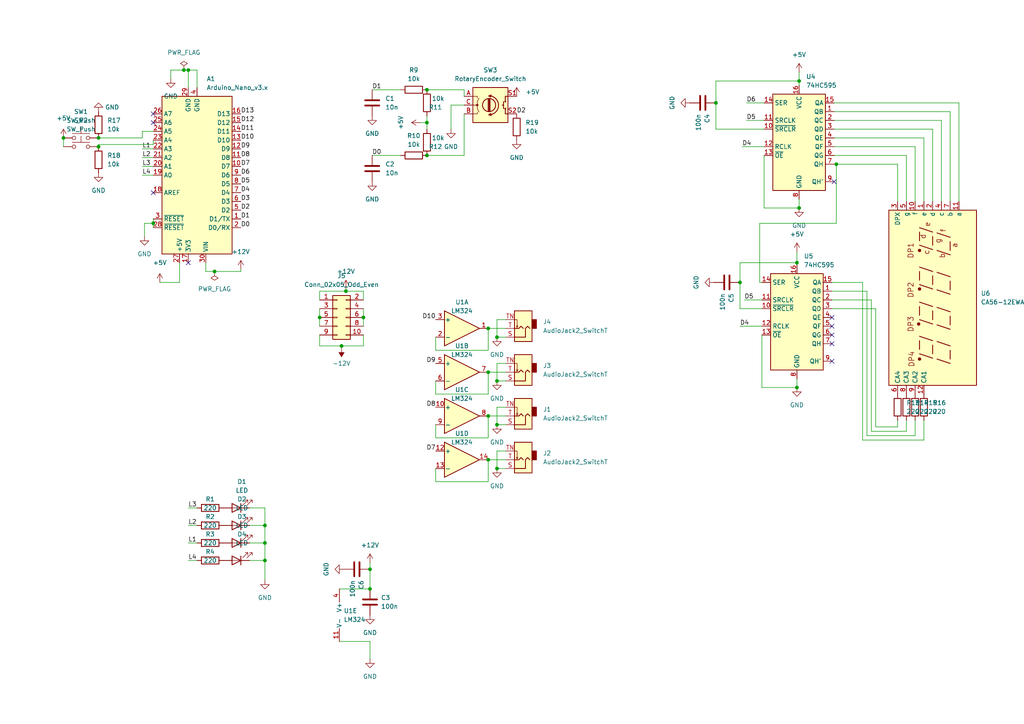
<source format=kicad_sch>
(kicad_sch (version 20211123) (generator eeschema)
  (paper "A4")
  (lib_symbols
    (symbol "74xx:74HC595"
      (property "Reference" "U" (at -7.62 13.97 0))
      (property "Value" "74HC595" (at -7.62 -16.51 0))
      (symbol "74HC595_1_0"
        (pin tri_state line (at 10.16 7.62 180) (length 2.54) (name "QB") (number "1"))
        (pin input line (at -10.16 2.54 0) (length 2.54) (name "~{SRCLR}") (number "10"))
        (pin input line (at -10.16 5.08 0) (length 2.54) (name "SRCLK") (number "11"))
        (pin input line (at -10.16 -2.54 0) (length 2.54) (name "RCLK") (number "12"))
        (pin input line (at -10.16 -5.08 0) (length 2.54) (name "~{OE}") (number "13"))
        (pin input line (at -10.16 10.16 0) (length 2.54) (name "SER") (number "14"))
        (pin tri_state line (at 10.16 10.16 180) (length 2.54) (name "QA") (number "15"))
        (pin power_in line (at 0 15.24 270) (length 2.54) (name "VCC") (number "16"))
        (pin tri_state line (at 10.16 5.08 180) (length 2.54) (name "QC") (number "2"))
        (pin tri_state line (at 10.16 2.54 180) (length 2.54) (name "QD") (number "3"))
        (pin tri_state line (at 10.16 0 180) (length 2.54) (name "QE") (number "4"))
        (pin tri_state line (at 10.16 -2.54 180) (length 2.54) (name "QF") (number "5"))
        (pin tri_state line (at 10.16 -5.08 180) (length 2.54) (name "QG") (number "6"))
        (pin tri_state line (at 10.16 -7.62 180) (length 2.54) (name "QH") (number "7"))
        (pin power_in line (at 0 -17.78 90) (length 2.54) (name "GND") (number "8"))
        (pin output line (at 10.16 -12.7 180) (length 2.54) (name "QH'") (number "9"))
      )
      (symbol "74HC595_1_1"
        (rectangle (start -7.62 12.7) (end 7.62 -15.24) (stroke (width 0.254)) (fill (type background)))
      )
    )
    (symbol "Amplifier_Operational:LM324" (pin_names (offset 0.127))
      (property "Reference" "U" (at 0 5.08 0))
      (property "Value" "LM324" (at 0 -5.08 0))
      (symbol "LM324_1_1"
        (polyline (pts (xy -5.08 5.08) (xy 5.08 0) (xy -5.08 -5.08) (xy -5.08 5.08)) (stroke (width 0.254)) (fill (type background)))
        (pin output line (at 7.62 0 180) (length 2.54) (name "~") (number "1"))
        (pin input line (at -7.62 -2.54 0) (length 2.54) (name "-") (number "2"))
        (pin input line (at -7.62 2.54 0) (length 2.54) (name "+") (number "3"))
      )
      (symbol "LM324_2_1"
        (polyline (pts (xy -5.08 5.08) (xy 5.08 0) (xy -5.08 -5.08) (xy -5.08 5.08)) (stroke (width 0.254)) (fill (type background)))
        (pin input line (at -7.62 2.54 0) (length 2.54) (name "+") (number "5"))
        (pin input line (at -7.62 -2.54 0) (length 2.54) (name "-") (number "6"))
        (pin output line (at 7.62 0 180) (length 2.54) (name "~") (number "7"))
      )
      (symbol "LM324_3_1"
        (polyline (pts (xy -5.08 5.08) (xy 5.08 0) (xy -5.08 -5.08) (xy -5.08 5.08)) (stroke (width 0.254)) (fill (type background)))
        (pin input line (at -7.62 2.54 0) (length 2.54) (name "+") (number "10"))
        (pin output line (at 7.62 0 180) (length 2.54) (name "~") (number "8"))
        (pin input line (at -7.62 -2.54 0) (length 2.54) (name "-") (number "9"))
      )
      (symbol "LM324_4_1"
        (polyline (pts (xy -5.08 5.08) (xy 5.08 0) (xy -5.08 -5.08) (xy -5.08 5.08)) (stroke (width 0.254)) (fill (type background)))
        (pin input line (at -7.62 2.54 0) (length 2.54) (name "+") (number "12"))
        (pin input line (at -7.62 -2.54 0) (length 2.54) (name "-") (number "13"))
        (pin output line (at 7.62 0 180) (length 2.54) (name "~") (number "14"))
      )
      (symbol "LM324_5_1"
        (pin power_in line (at -2.54 -7.62 90) (length 3.81) (name "V-") (number "11"))
        (pin power_in line (at -2.54 7.62 270) (length 3.81) (name "V+") (number "4"))
      )
    )
    (symbol "Connector:AudioJack2_SwitchT"
      (property "Reference" "J" (at 0 8.89 0))
      (property "Value" "AudioJack2_SwitchT" (at 0 6.35 0))
      (symbol "AudioJack2_SwitchT_0_1"
        (rectangle (start -2.54 0) (end -3.81 -2.54) (stroke (width 0.254)) (fill (type outline)))
        (polyline (pts (xy 1.778 -0.254) (xy 2.032 -0.762)))
        (polyline (pts (xy 0 0) (xy 0.635 -0.635) (xy 1.27 0) (xy 2.54 0)) (stroke (width 0.254)))
        (polyline (pts (xy 2.54 -2.54) (xy 1.778 -2.54) (xy 1.778 -0.254) (xy 1.524 -0.762)))
        (polyline (pts (xy 2.54 2.54) (xy -0.635 2.54) (xy -0.635 0) (xy -1.27 -0.635) (xy -1.905 0)) (stroke (width 0.254)))
        (rectangle (start 2.54 3.81) (end -2.54 -5.08) (stroke (width 0.254)) (fill (type background)))
      )
      (symbol "AudioJack2_SwitchT_1_1"
        (pin passive line (at 5.08 2.54 180) (length 2.54) (name "~") (number "S"))
        (pin passive line (at 5.08 0 180) (length 2.54) (name "~") (number "T"))
        (pin passive line (at 5.08 -2.54 180) (length 2.54) (name "~") (number "TN"))
      )
    )
    (symbol "Connector_Generic:Conn_02x05_Odd_Even" (pin_names (offset 1.016) hide)
      (property "Reference" "J" (at 1.27 7.62 0))
      (property "Value" "Conn_02x05_Odd_Even" (at 1.27 -7.62 0))
      (symbol "Conn_02x05_Odd_Even_1_1"
        (rectangle (start -1.27 -4.953) (end 0 -5.207) (stroke (width 0.1524)))
        (rectangle (start -1.27 -2.413) (end 0 -2.667) (stroke (width 0.1524)))
        (rectangle (start -1.27 0.127) (end 0 -0.127) (stroke (width 0.1524)))
        (rectangle (start -1.27 2.667) (end 0 2.413) (stroke (width 0.1524)))
        (rectangle (start -1.27 5.207) (end 0 4.953) (stroke (width 0.1524)))
        (rectangle (start -1.27 6.35) (end 3.81 -6.35) (stroke (width 0.254)) (fill (type background)))
        (rectangle (start 3.81 -4.953) (end 2.54 -5.207) (stroke (width 0.1524)))
        (rectangle (start 3.81 -2.413) (end 2.54 -2.667) (stroke (width 0.1524)))
        (rectangle (start 3.81 0.127) (end 2.54 -0.127) (stroke (width 0.1524)))
        (rectangle (start 3.81 2.667) (end 2.54 2.413) (stroke (width 0.1524)))
        (rectangle (start 3.81 5.207) (end 2.54 4.953) (stroke (width 0.1524)))
        (pin passive line (at -5.08 5.08 0) (length 3.81) (name "Pin_1") (number "1"))
        (pin passive line (at 7.62 -5.08 180) (length 3.81) (name "Pin_10") (number "10"))
        (pin passive line (at 7.62 5.08 180) (length 3.81) (name "Pin_2") (number "2"))
        (pin passive line (at -5.08 2.54 0) (length 3.81) (name "Pin_3") (number "3"))
        (pin passive line (at 7.62 2.54 180) (length 3.81) (name "Pin_4") (number "4"))
        (pin passive line (at -5.08 0 0) (length 3.81) (name "Pin_5") (number "5"))
        (pin passive line (at 7.62 0 180) (length 3.81) (name "Pin_6") (number "6"))
        (pin passive line (at -5.08 -2.54 0) (length 3.81) (name "Pin_7") (number "7"))
        (pin passive line (at 7.62 -2.54 180) (length 3.81) (name "Pin_8") (number "8"))
        (pin passive line (at -5.08 -5.08 0) (length 3.81) (name "Pin_9") (number "9"))
      )
    )
    (symbol "Device:C" (pin_numbers hide) (pin_names (offset 0.254))
      (property "Reference" "C" (at 0.635 2.54 0))
      (property "Value" "C" (at 0.635 -2.54 0))
      (symbol "C_0_1"
        (polyline (pts (xy -2.032 -0.762) (xy 2.032 -0.762)) (stroke (width 0.508)))
        (polyline (pts (xy -2.032 0.762) (xy 2.032 0.762)) (stroke (width 0.508)))
      )
      (symbol "C_1_1"
        (pin passive line (at 0 3.81 270) (length 2.794) (name "~") (number "1"))
        (pin passive line (at 0 -3.81 90) (length 2.794) (name "~") (number "2"))
      )
    )
    (symbol "Device:LED" (pin_numbers hide) (pin_names (offset 1.016) hide)
      (property "Reference" "D" (at 0 2.54 0))
      (property "Value" "LED" (at 0 -2.54 0))
      (symbol "LED_0_1"
        (polyline (pts (xy -1.27 -1.27) (xy -1.27 1.27)) (stroke (width 0.254)))
        (polyline (pts (xy -1.27 0) (xy 1.27 0)))
        (polyline (pts (xy 1.27 -1.27) (xy 1.27 1.27) (xy -1.27 0) (xy 1.27 -1.27)) (stroke (width 0.254)))
        (polyline (pts (xy -3.048 -0.762) (xy -4.572 -2.286) (xy -3.81 -2.286) (xy -4.572 -2.286) (xy -4.572 -1.524)))
        (polyline (pts (xy -1.778 -0.762) (xy -3.302 -2.286) (xy -2.54 -2.286) (xy -3.302 -2.286) (xy -3.302 -1.524)))
      )
      (symbol "LED_1_1"
        (pin passive line (at -3.81 0 0) (length 2.54) (name "K") (number "1"))
        (pin passive line (at 3.81 0 180) (length 2.54) (name "A") (number "2"))
      )
    )
    (symbol "Device:R" (pin_numbers hide) (pin_names (offset 0))
      (property "Reference" "R" (at 2.032 0 90))
      (property "Value" "R" (at 0 0 90))
      (symbol "R_0_1"
        (rectangle (start -1.016 -2.54) (end 1.016 2.54) (stroke (width 0.254)))
      )
      (symbol "R_1_1"
        (pin passive line (at 0 3.81 270) (length 1.27) (name "~") (number "1"))
        (pin passive line (at 0 -3.81 90) (length 1.27) (name "~") (number "2"))
      )
    )
    (symbol "Device:RotaryEncoder_Switch" (pin_names (offset 0.254) hide)
      (property "Reference" "SW" (at 0 6.604 0))
      (property "Value" "RotaryEncoder_Switch" (at 0 -6.604 0))
      (symbol "RotaryEncoder_Switch_0_1"
        (rectangle (start -5.08 5.08) (end 5.08 -5.08) (stroke (width 0.254)) (fill (type background)))
        (circle (center -3.81 0) (radius 0.254) (fill (type outline)))
        (arc (start -0.381 -2.794) (mid 2.3622 -0.0635) (end -0.381 2.667) (stroke (width 0.254)))
        (circle (center -0.381 0) (radius 1.905) (stroke (width 0.254)))
        (polyline (pts (xy -0.635 -1.778) (xy -0.635 1.778)) (stroke (width 0.254)))
        (polyline (pts (xy -0.381 -1.778) (xy -0.381 1.778)) (stroke (width 0.254)))
        (polyline (pts (xy -0.127 1.778) (xy -0.127 -1.778)) (stroke (width 0.254)))
        (polyline (pts (xy 3.81 0) (xy 3.429 0)) (stroke (width 0.254)))
        (polyline (pts (xy 3.81 1.016) (xy 3.81 -1.016)) (stroke (width 0.254)))
        (polyline (pts (xy -5.08 -2.54) (xy -3.81 -2.54) (xy -3.81 -2.032)))
        (polyline (pts (xy -5.08 2.54) (xy -3.81 2.54) (xy -3.81 2.032)))
        (polyline (pts (xy 0.254 -3.048) (xy -0.508 -2.794) (xy 0.127 -2.413)) (stroke (width 0.254)))
        (polyline (pts (xy 0.254 2.921) (xy -0.508 2.667) (xy 0.127 2.286)) (stroke (width 0.254)))
        (polyline (pts (xy 5.08 -2.54) (xy 4.318 -2.54) (xy 4.318 -1.016)) (stroke (width 0.254)))
        (polyline (pts (xy 5.08 2.54) (xy 4.318 2.54) (xy 4.318 1.016)) (stroke (width 0.254)))
        (polyline (pts (xy -5.08 0) (xy -3.81 0) (xy -3.81 -1.016) (xy -3.302 -2.032)))
        (polyline (pts (xy -4.318 0) (xy -3.81 0) (xy -3.81 1.016) (xy -3.302 2.032)))
        (circle (center 4.318 -1.016) (radius 0.127) (stroke (width 0.254)))
        (circle (center 4.318 1.016) (radius 0.127) (stroke (width 0.254)))
      )
      (symbol "RotaryEncoder_Switch_1_1"
        (pin passive line (at -7.62 2.54 0) (length 2.54) (name "A") (number "A"))
        (pin passive line (at -7.62 -2.54 0) (length 2.54) (name "B") (number "B"))
        (pin passive line (at -7.62 0 0) (length 2.54) (name "C") (number "C"))
        (pin passive line (at 7.62 2.54 180) (length 2.54) (name "S1") (number "S1"))
        (pin passive line (at 7.62 -2.54 180) (length 2.54) (name "S2") (number "S2"))
      )
    )
    (symbol "Display_Character:CA56-12EWA"
      (property "Reference" "U" (at -24.13 13.97 0))
      (property "Value" "CA56-12EWA" (at 19.05 13.97 0))
      (symbol "CA56-12EWA_0_0"
        (rectangle (start -25.4 12.7) (end 25.4 -12.7) (stroke (width 0.254)) (fill (type background)))
        (polyline (pts (xy -20.32 -3.81) (xy -19.05 0)) (stroke (width 0.254)))
        (polyline (pts (xy -19.05 -3.81) (xy -16.51 -3.81)) (stroke (width 0.254)))
        (polyline (pts (xy -18.796 1.27) (xy -17.526 5.08)) (stroke (width 0.254)))
        (polyline (pts (xy -17.78 0) (xy -15.24 0)) (stroke (width 0.254)))
        (polyline (pts (xy -16.256 5.08) (xy -13.716 5.08)) (stroke (width 0.254)))
        (polyline (pts (xy -15.24 -3.81) (xy -13.97 0)) (stroke (width 0.254)))
        (polyline (pts (xy -13.716 1.27) (xy -12.446 5.08)) (stroke (width 0.254)))
        (polyline (pts (xy -8.89 -3.81) (xy -7.62 0)) (stroke (width 0.254)))
        (polyline (pts (xy -7.62 -3.81) (xy -5.08 -3.81)) (stroke (width 0.254)))
        (polyline (pts (xy -7.366 1.27) (xy -6.096 5.08)) (stroke (width 0.254)))
        (polyline (pts (xy -6.35 0) (xy -3.81 0)) (stroke (width 0.254)))
        (polyline (pts (xy -4.826 5.08) (xy -2.286 5.08)) (stroke (width 0.254)))
        (polyline (pts (xy -3.81 -3.81) (xy -2.54 0)) (stroke (width 0.254)))
        (polyline (pts (xy -2.286 1.27) (xy -1.016 5.08)) (stroke (width 0.254)))
        (polyline (pts (xy 1.27 -3.81) (xy 2.54 0)) (stroke (width 0.254)))
        (polyline (pts (xy 2.54 -3.81) (xy 5.08 -3.81)) (stroke (width 0.254)))
        (polyline (pts (xy 2.794 1.27) (xy 4.064 5.08)) (stroke (width 0.254)))
        (polyline (pts (xy 3.81 0) (xy 6.35 0)) (stroke (width 0.254)))
        (polyline (pts (xy 5.334 5.08) (xy 7.874 5.08)) (stroke (width 0.254)))
        (polyline (pts (xy 6.35 -3.81) (xy 7.62 0)) (stroke (width 0.254)))
        (polyline (pts (xy 7.874 1.27) (xy 9.144 5.08)) (stroke (width 0.254)))
        (polyline (pts (xy 11.176 -3.81) (xy 12.446 0)) (stroke (width 0.254)))
        (polyline (pts (xy 12.446 -3.81) (xy 14.986 -3.81)) (stroke (width 0.254)))
        (polyline (pts (xy 12.7 1.27) (xy 13.97 5.08)) (stroke (width 0.254)))
        (polyline (pts (xy 13.716 0) (xy 16.256 0)) (stroke (width 0.254)))
        (polyline (pts (xy 15.24 5.08) (xy 17.78 5.08)) (stroke (width 0.254)))
        (polyline (pts (xy 16.256 -3.81) (xy 17.526 0)) (stroke (width 0.254)))
        (polyline (pts (xy 17.78 1.27) (xy 19.05 5.08)) (stroke (width 0.254)))
        (text "a" (at -15.24 6.35 0) (effects (font (size 1.524 1.524))))
        (text "b" (at -12.192 2.794 0) (effects (font (size 1.524 1.524))))
        (text "c" (at -13.208 -1.778 0) (effects (font (size 1.524 1.524))))
        (text "d" (at -17.78 -2.794 0) (effects (font (size 1.524 1.524))))
        (text "DP1" (at -13.716 -6.35 0) (effects (font (size 1.524 1.524))))
        (text "DP2" (at -2.286 -6.35 0) (effects (font (size 1.524 1.524))))
        (text "DP3" (at 7.62 -6.35 0) (effects (font (size 1.524 1.524))))
        (text "DP4" (at 17.78 -6.096 0) (effects (font (size 1.524 1.524))))
        (text "e" (at -21.336 -1.524 0) (effects (font (size 1.524 1.524))))
        (text "f" (at -19.558 3.048 0) (effects (font (size 1.524 1.524))))
        (text "g" (at -16.51 1.524 0) (effects (font (size 1.524 1.524))))
      )
      (symbol "CA56-12EWA_0_1"
        (circle (center -13.716 -3.81) (radius 0.3556) (stroke (width 0.254)) (fill (type outline)))
        (circle (center -2.54 -3.81) (radius 0.3556) (stroke (width 0.254)) (fill (type outline)))
      )
      (symbol "CA56-12EWA_1_0"
        (circle (center 7.62 -4.064) (radius 0.3556) (stroke (width 0.254)) (fill (type outline)))
        (circle (center 17.78 -3.81) (radius 0.3556) (stroke (width 0.254)) (fill (type outline)))
      )
      (symbol "CA56-12EWA_1_1"
        (pin input line (at -27.94 -2.54 0) (length 2.54) (name "e") (number "1"))
        (pin input line (at -27.94 -5.08 0) (length 2.54) (name "f") (number "10"))
        (pin input line (at -27.94 7.62 0) (length 2.54) (name "a") (number "11"))
        (pin input line (at 27.94 -2.54 180) (length 2.54) (name "CA1") (number "12"))
        (pin input line (at -27.94 0 0) (length 2.54) (name "d") (number "2"))
        (pin input line (at -27.94 -10.16 0) (length 2.54) (name "DPX") (number "3"))
        (pin input line (at -27.94 2.54 0) (length 2.54) (name "c") (number "4"))
        (pin input line (at -27.94 -7.62 0) (length 2.54) (name "g") (number "5"))
        (pin input line (at 27.94 -10.16 180) (length 2.54) (name "CA4") (number "6"))
        (pin input line (at -27.94 5.08 0) (length 2.54) (name "b") (number "7"))
        (pin input line (at 27.94 -7.62 180) (length 2.54) (name "CA3") (number "8"))
        (pin input line (at 27.94 -5.08 180) (length 2.54) (name "CA2") (number "9"))
      )
    )
    (symbol "MCU_Module:Arduino_Nano_v3.x"
      (property "Reference" "A" (at -10.16 23.495 0))
      (property "Value" "Arduino_Nano_v3.x" (at 5.08 -24.13 0))
      (symbol "Arduino_Nano_v3.x_0_1"
        (rectangle (start -10.16 22.86) (end 10.16 -22.86) (stroke (width 0.254)) (fill (type background)))
      )
      (symbol "Arduino_Nano_v3.x_1_1"
        (pin bidirectional line (at -12.7 12.7 0) (length 2.54) (name "D1/TX") (number "1"))
        (pin bidirectional line (at -12.7 -2.54 0) (length 2.54) (name "D7") (number "10"))
        (pin bidirectional line (at -12.7 -5.08 0) (length 2.54) (name "D8") (number "11"))
        (pin bidirectional line (at -12.7 -7.62 0) (length 2.54) (name "D9") (number "12"))
        (pin bidirectional line (at -12.7 -10.16 0) (length 2.54) (name "D10") (number "13"))
        (pin bidirectional line (at -12.7 -12.7 0) (length 2.54) (name "D11") (number "14"))
        (pin bidirectional line (at -12.7 -15.24 0) (length 2.54) (name "D12") (number "15"))
        (pin bidirectional line (at -12.7 -17.78 0) (length 2.54) (name "D13") (number "16"))
        (pin power_out line (at 2.54 25.4 270) (length 2.54) (name "3V3") (number "17"))
        (pin input line (at 12.7 5.08 180) (length 2.54) (name "AREF") (number "18"))
        (pin bidirectional line (at 12.7 0 180) (length 2.54) (name "A0") (number "19"))
        (pin bidirectional line (at -12.7 15.24 0) (length 2.54) (name "D0/RX") (number "2"))
        (pin bidirectional line (at 12.7 -2.54 180) (length 2.54) (name "A1") (number "20"))
        (pin bidirectional line (at 12.7 -5.08 180) (length 2.54) (name "A2") (number "21"))
        (pin bidirectional line (at 12.7 -7.62 180) (length 2.54) (name "A3") (number "22"))
        (pin bidirectional line (at 12.7 -10.16 180) (length 2.54) (name "A4") (number "23"))
        (pin bidirectional line (at 12.7 -12.7 180) (length 2.54) (name "A5") (number "24"))
        (pin bidirectional line (at 12.7 -15.24 180) (length 2.54) (name "A6") (number "25"))
        (pin bidirectional line (at 12.7 -17.78 180) (length 2.54) (name "A7") (number "26"))
        (pin power_out line (at 5.08 25.4 270) (length 2.54) (name "+5V") (number "27"))
        (pin input line (at 12.7 15.24 180) (length 2.54) (name "~{RESET}") (number "28"))
        (pin power_in line (at 2.54 -25.4 90) (length 2.54) (name "GND") (number "29"))
        (pin input line (at 12.7 12.7 180) (length 2.54) (name "~{RESET}") (number "3"))
        (pin power_in line (at -2.54 25.4 270) (length 2.54) (name "VIN") (number "30"))
        (pin power_in line (at 0 -25.4 90) (length 2.54) (name "GND") (number "4"))
        (pin bidirectional line (at -12.7 10.16 0) (length 2.54) (name "D2") (number "5"))
        (pin bidirectional line (at -12.7 7.62 0) (length 2.54) (name "D3") (number "6"))
        (pin bidirectional line (at -12.7 5.08 0) (length 2.54) (name "D4") (number "7"))
        (pin bidirectional line (at -12.7 2.54 0) (length 2.54) (name "D5") (number "8"))
        (pin bidirectional line (at -12.7 0 0) (length 2.54) (name "D6") (number "9"))
      )
    )
    (symbol "Switch:SW_Push" (pin_numbers hide) (pin_names (offset 1.016) hide)
      (property "Reference" "SW" (at 1.27 2.54 0))
      (property "Value" "SW_Push" (at 0 -1.524 0))
      (symbol "SW_Push_0_1"
        (circle (center -2.032 0) (radius 0.508))
        (polyline (pts (xy 0 1.27) (xy 0 3.048)))
        (polyline (pts (xy 2.54 1.27) (xy -2.54 1.27)))
        (circle (center 2.032 0) (radius 0.508))
        (pin passive line (at -5.08 0 0) (length 2.54) (name "1") (number "1"))
        (pin passive line (at 5.08 0 180) (length 2.54) (name "2") (number "2"))
      )
    )
    (symbol "power:+12V" (power) (pin_names (offset 0))
      (property "Value" "+12V" (at 0 3.556 0))
      (symbol "+12V_0_1"
        (polyline (pts (xy -0.762 1.27) (xy 0 2.54)))
        (polyline (pts (xy 0 0) (xy 0 2.54)))
        (polyline (pts (xy 0 2.54) (xy 0.762 1.27)))
      )
      (symbol "+12V_1_1"
        (pin power_in line (at 0 0 90) (length 0) hide (name "+12V") (number "1"))
      )
    )
    (symbol "power:+5V" (power) (pin_names (offset 0))
      (property "Value" "+5V" (at 0 3.556 0))
      (symbol "+5V_0_1"
        (polyline (pts (xy -0.762 1.27) (xy 0 2.54)))
        (polyline (pts (xy 0 0) (xy 0 2.54)))
        (polyline (pts (xy 0 2.54) (xy 0.762 1.27)))
      )
      (symbol "+5V_1_1"
        (pin power_in line (at 0 0 90) (length 0) hide (name "+5V") (number "1"))
      )
    )
    (symbol "power:-12V" (power) (pin_names (offset 0))
      (property "Value" "-12V" (at 0 3.81 0))
      (symbol "-12V_0_0"
        (pin power_in line (at 0 0 90) (length 0) hide (name "-12V") (number "1"))
      )
      (symbol "-12V_0_1"
        (polyline (pts (xy 0 0) (xy 0 1.27) (xy 0.762 1.27) (xy 0 2.54) (xy -0.762 1.27) (xy 0 1.27)) (fill (type outline)))
      )
    )
    (symbol "power:GND" (power) (pin_names (offset 0))
      (property "Value" "GND" (at 0 -3.81 0))
      (symbol "GND_0_1"
        (polyline (pts (xy 0 0) (xy 0 -1.27) (xy 1.27 -1.27) (xy 0 -2.54) (xy -1.27 -1.27) (xy 0 -1.27)))
      )
      (symbol "GND_1_1"
        (pin power_in line (at 0 0 270) (length 0) hide (name "GND") (number "1"))
      )
    )
    (symbol "power:PWR_FLAG" (power) (pin_numbers hide) (pin_names (offset 0) hide)
      (property "Value" "PWR_FLAG" (at 0 3.81 0))
      (symbol "PWR_FLAG_0_0"
        (pin power_out line (at 0 0 90) (length 0) (name "pwr") (number "1"))
      )
      (symbol "PWR_FLAG_0_1"
        (polyline (pts (xy 0 0) (xy 0 1.27) (xy -1.016 1.905) (xy 0 2.54) (xy 1.016 1.905) (xy 0 1.27)))
      )
    )
  )
  (junction (at 105.41 92.075))
  (junction (at 141.605 95.25))
  (junction (at 231.14 112.395))
  (junction (at 53.34 20.32))
  (junction (at 28.575 42.545))
  (junction (at 100.33 84.455))
  (junction (at 144.145 123.19))
  (junction (at 144.145 97.79))
  (junction (at 231.14 76.2))
  (junction (at 107.315 165.1))
  (junction (at 123.825 35.56))
  (junction (at 44.45 64.77))
  (junction (at 76.835 157.48))
  (junction (at 123.825 45.085))
  (junction (at 214.63 81.915))
  (junction (at 141.605 107.95))
  (junction (at 99.06 100.33))
  (junction (at 92.71 92.075))
  (junction (at 76.835 152.4))
  (junction (at 242.57 47.625))
  (junction (at 231.775 23.495))
  (junction (at 144.145 110.49))
  (junction (at 76.835 162.56))
  (junction (at 141.605 133.35))
  (junction (at 144.145 135.89))
  (junction (at 207.645 29.845))
  (junction (at 123.825 26.035))
  (junction (at 28.575 40.005))
  (junction (at 107.315 170.815))
  (junction (at 18.415 40.005))
  (junction (at 231.775 60.325))
  (junction (at 54.61 20.32))
  (junction (at 141.605 120.65))
  (junction (at 62.23 78.74))
  (no_connect (at 44.45 33.02))
  (no_connect (at 54.61 76.2))
  (no_connect (at 44.45 55.88))
  (no_connect (at 241.3 104.775))
  (no_connect (at 241.3 99.695))
  (no_connect (at 241.3 94.615))
  (no_connect (at 241.935 52.705))
  (no_connect (at 44.45 35.56))
  (no_connect (at 241.3 92.075))
  (no_connect (at 241.3 97.155))
  (wire (pts (xy 44.45 64.77) (xy 44.45 66.04)))
  (wire (pts (xy 141.605 95.25) (xy 141.605 101.6)))
  (wire (pts (xy 92.71 86.995) (xy 92.71 84.455)))
  (wire (pts (xy 76.835 157.48) (xy 76.835 162.56)))
  (wire (pts (xy 242.57 64.77) (xy 220.345 64.77)))
  (wire (pts (xy 76.835 152.4) (xy 76.835 157.48)))
  (wire (pts (xy 265.43 58.42) (xy 265.43 42.545)))
  (wire (pts (xy 105.41 84.455) (xy 105.41 86.995)))
  (wire (pts (xy 231.14 76.2) (xy 231.14 76.835)))
  (wire (pts (xy 273.05 58.42) (xy 273.05 34.925)))
  (wire (pts (xy 146.685 105.41) (xy 144.145 105.41)))
  (wire (pts (xy 141.605 120.65) (xy 141.605 127)))
  (wire (pts (xy 146.685 130.81) (xy 144.145 130.81)))
  (wire (pts (xy 126.365 101.6) (xy 126.365 97.79)))
  (wire (pts (xy 265.43 42.545) (xy 241.935 42.545)))
  (wire (pts (xy 241.3 81.915) (xy 250.19 81.915)))
  (wire (pts (xy 134.62 33.02) (xy 134.62 45.085)))
  (wire (pts (xy 241.935 40.005) (xy 267.97 40.005)))
  (wire (pts (xy 220.345 81.915) (xy 220.98 81.915)))
  (wire (pts (xy 69.85 78.105) (xy 69.85 78.74)))
  (wire (pts (xy 28.575 41.91) (xy 28.575 42.545)))
  (wire (pts (xy 241.935 32.385) (xy 275.59 32.385)))
  (wire (pts (xy 44.45 63.5) (xy 44.45 64.77)))
  (wire (pts (xy 220.345 64.77) (xy 220.345 81.915)))
  (wire (pts (xy 41.275 48.26) (xy 44.45 48.26)))
  (wire (pts (xy 231.775 20.955) (xy 231.775 23.495)))
  (wire (pts (xy 123.825 35.56) (xy 123.825 33.655)))
  (wire (pts (xy 273.05 34.925) (xy 241.935 34.925)))
  (wire (pts (xy 107.315 163.195) (xy 107.315 165.1)))
  (wire (pts (xy 134.62 30.48) (xy 130.81 30.48)))
  (wire (pts (xy 251.46 84.455) (xy 241.3 84.455)))
  (wire (pts (xy 265.43 121.92) (xy 265.43 126.365)))
  (wire (pts (xy 134.62 45.085) (xy 123.825 45.085)))
  (wire (pts (xy 216.535 34.925) (xy 221.615 34.925)))
  (wire (pts (xy 99.06 100.33) (xy 92.71 100.33)))
  (wire (pts (xy 216.535 29.845) (xy 221.615 29.845)))
  (wire (pts (xy 260.35 47.625) (xy 242.57 47.625)))
  (wire (pts (xy 54.61 157.48) (xy 57.15 157.48)))
  (wire (pts (xy 141.605 133.35) (xy 141.605 139.7)))
  (wire (pts (xy 92.71 92.075) (xy 92.71 94.615)))
  (wire (pts (xy 214.63 89.535) (xy 214.63 81.915)))
  (wire (pts (xy 107.315 186.055) (xy 107.315 191.135)))
  (wire (pts (xy 54.61 25.4) (xy 54.61 20.32)))
  (wire (pts (xy 107.315 165.1) (xy 107.315 170.815)))
  (wire (pts (xy 126.365 114.3) (xy 126.365 110.49)))
  (wire (pts (xy 72.39 157.48) (xy 76.835 157.48)))
  (wire (pts (xy 54.61 147.32) (xy 57.15 147.32)))
  (wire (pts (xy 144.145 105.41) (xy 144.145 110.49)))
  (wire (pts (xy 44.45 40.64) (xy 44.45 41.91)))
  (wire (pts (xy 18.415 40.005) (xy 18.415 42.545)))
  (wire (pts (xy 41.91 64.77) (xy 44.45 64.77)))
  (wire (pts (xy 59.69 76.2) (xy 59.69 78.74)))
  (wire (pts (xy 146.685 92.71) (xy 144.145 92.71)))
  (wire (pts (xy 252.73 125.095) (xy 262.89 125.095)))
  (wire (pts (xy 62.23 78.74) (xy 69.85 78.74)))
  (wire (pts (xy 241.935 45.085) (xy 262.89 45.085)))
  (wire (pts (xy 123.825 26.035) (xy 134.62 26.035)))
  (wire (pts (xy 141.605 127) (xy 126.365 127)))
  (wire (pts (xy 92.71 100.33) (xy 92.71 97.155)))
  (wire (pts (xy 262.89 121.92) (xy 262.89 125.095)))
  (wire (pts (xy 52.07 76.2) (xy 52.07 81.915)))
  (wire (pts (xy 146.685 118.11) (xy 144.145 118.11)))
  (wire (pts (xy 241.935 37.465) (xy 270.51 37.465)))
  (wire (pts (xy 59.69 78.74) (xy 62.23 78.74)))
  (wire (pts (xy 207.645 29.845) (xy 207.645 23.495)))
  (wire (pts (xy 260.35 121.92) (xy 260.35 123.825)))
  (wire (pts (xy 221.615 45.085) (xy 221.615 60.325)))
  (wire (pts (xy 126.365 123.19) (xy 126.365 127)))
  (wire (pts (xy 141.605 114.3) (xy 126.365 114.3)))
  (wire (pts (xy 241.935 47.625) (xy 242.57 47.625)))
  (wire (pts (xy 231.14 109.855) (xy 231.14 112.395)))
  (wire (pts (xy 100.33 84.455) (xy 105.41 84.455)))
  (wire (pts (xy 49.53 20.32) (xy 53.34 20.32)))
  (wire (pts (xy 100.33 83.82) (xy 100.33 84.455)))
  (wire (pts (xy 41.275 43.18) (xy 44.45 43.18)))
  (wire (pts (xy 57.15 25.4) (xy 57.15 20.32)))
  (wire (pts (xy 220.98 97.155) (xy 220.98 112.395)))
  (wire (pts (xy 46.355 81.915) (xy 52.07 81.915)))
  (wire (pts (xy 72.39 147.32) (xy 76.835 147.32)))
  (wire (pts (xy 72.39 152.4) (xy 76.835 152.4)))
  (wire (pts (xy 220.98 89.535) (xy 214.63 89.535)))
  (wire (pts (xy 98.425 186.055) (xy 107.315 186.055)))
  (wire (pts (xy 72.39 162.56) (xy 76.835 162.56)))
  (wire (pts (xy 54.61 20.32) (xy 57.15 20.32)))
  (wire (pts (xy 215.265 42.545) (xy 221.615 42.545)))
  (wire (pts (xy 134.62 26.035) (xy 134.62 27.94)))
  (wire (pts (xy 207.645 37.465) (xy 207.645 29.845)))
  (wire (pts (xy 41.91 68.58) (xy 41.91 64.77)))
  (wire (pts (xy 262.89 45.085) (xy 262.89 58.42)))
  (wire (pts (xy 214.63 81.915) (xy 214.63 76.2)))
  (wire (pts (xy 76.835 147.32) (xy 76.835 152.4)))
  (wire (pts (xy 141.605 107.95) (xy 146.685 107.95)))
  (wire (pts (xy 144.145 97.79) (xy 146.685 97.79)))
  (wire (pts (xy 241.935 29.845) (xy 278.13 29.845)))
  (wire (pts (xy 107.95 45.085) (xy 116.205 45.085)))
  (wire (pts (xy 141.605 101.6) (xy 126.365 101.6)))
  (wire (pts (xy 92.71 84.455) (xy 100.33 84.455)))
  (wire (pts (xy 105.41 89.535) (xy 105.41 92.075)))
  (wire (pts (xy 41.275 40.005) (xy 41.275 38.1)))
  (wire (pts (xy 214.63 94.615) (xy 220.98 94.615)))
  (wire (pts (xy 241.3 86.995) (xy 252.73 86.995)))
  (wire (pts (xy 231.775 23.495) (xy 231.775 24.765)))
  (wire (pts (xy 53.34 20.32) (xy 54.61 20.32)))
  (wire (pts (xy 250.19 81.915) (xy 250.19 127.635)))
  (wire (pts (xy 141.605 139.7) (xy 126.365 139.7)))
  (wire (pts (xy 107.95 26.035) (xy 116.205 26.035)))
  (wire (pts (xy 49.53 20.32) (xy 49.53 22.86)))
  (wire (pts (xy 252.73 86.995) (xy 252.73 125.095)))
  (wire (pts (xy 221.615 37.465) (xy 207.645 37.465)))
  (wire (pts (xy 123.825 35.56) (xy 123.825 37.465)))
  (wire (pts (xy 242.57 47.625) (xy 242.57 64.77)))
  (wire (pts (xy 130.81 30.48) (xy 130.81 37.465)))
  (wire (pts (xy 220.98 112.395) (xy 231.14 112.395)))
  (wire (pts (xy 41.275 50.8) (xy 44.45 50.8)))
  (wire (pts (xy 141.605 95.25) (xy 146.685 95.25)))
  (wire (pts (xy 76.835 162.56) (xy 76.835 168.275)))
  (wire (pts (xy 28.575 40.005) (xy 41.275 40.005)))
  (wire (pts (xy 144.145 130.81) (xy 144.145 135.89)))
  (wire (pts (xy 92.71 89.535) (xy 92.71 92.075)))
  (wire (pts (xy 260.35 58.42) (xy 260.35 47.625)))
  (wire (pts (xy 54.61 162.56) (xy 57.15 162.56)))
  (wire (pts (xy 144.145 118.11) (xy 144.145 123.19)))
  (wire (pts (xy 278.13 29.845) (xy 278.13 58.42)))
  (wire (pts (xy 221.615 60.325) (xy 231.775 60.325)))
  (wire (pts (xy 141.605 107.95) (xy 141.605 114.3)))
  (wire (pts (xy 144.145 110.49) (xy 146.685 110.49)))
  (wire (pts (xy 105.41 92.075) (xy 105.41 94.615)))
  (wire (pts (xy 105.41 100.33) (xy 99.06 100.33)))
  (wire (pts (xy 41.275 38.1) (xy 44.45 38.1)))
  (wire (pts (xy 267.97 40.005) (xy 267.97 58.42)))
  (wire (pts (xy 231.775 57.785) (xy 231.775 60.325)))
  (wire (pts (xy 41.275 45.72) (xy 44.45 45.72)))
  (wire (pts (xy 267.97 121.92) (xy 267.97 127.635)))
  (wire (pts (xy 144.145 123.19) (xy 146.685 123.19)))
  (wire (pts (xy 215.9 86.995) (xy 220.98 86.995)))
  (wire (pts (xy 99.06 100.33) (xy 99.06 100.965)))
  (wire (pts (xy 251.46 126.365) (xy 251.46 84.455)))
  (wire (pts (xy 214.63 76.2) (xy 231.14 76.2)))
  (wire (pts (xy 54.61 152.4) (xy 57.15 152.4)))
  (wire (pts (xy 44.45 41.91) (xy 28.575 41.91)))
  (wire (pts (xy 260.35 123.825) (xy 254 123.825)))
  (wire (pts (xy 207.645 23.495) (xy 231.775 23.495)))
  (wire (pts (xy 144.145 135.89) (xy 146.685 135.89)))
  (wire (pts (xy 231.14 73.025) (xy 231.14 76.2)))
  (wire (pts (xy 98.425 170.815) (xy 107.315 170.815)))
  (wire (pts (xy 141.605 133.35) (xy 146.685 133.35)))
  (wire (pts (xy 144.145 92.71) (xy 144.145 97.79)))
  (wire (pts (xy 105.41 97.155) (xy 105.41 100.33)))
  (wire (pts (xy 254 89.535) (xy 241.3 89.535)))
  (wire (pts (xy 254 123.825) (xy 254 89.535)))
  (wire (pts (xy 250.19 127.635) (xy 267.97 127.635)))
  (wire (pts (xy 275.59 32.385) (xy 275.59 58.42)))
  (wire (pts (xy 270.51 37.465) (xy 270.51 58.42)))
  (wire (pts (xy 121.92 35.56) (xy 123.825 35.56)))
  (wire (pts (xy 265.43 126.365) (xy 251.46 126.365)))
  (wire (pts (xy 141.605 120.65) (xy 146.685 120.65)))
  (wire (pts (xy 126.365 139.7) (xy 126.365 135.89)))
  (label "D7" (at 69.85 48.26 0))
  (label "D5" (at 216.535 34.925 0))
  (label "L2" (at 54.61 152.4 0))
  (label "D0" (at 107.95 45.085 0))
  (label "D6" (at 69.85 50.8 0))
  (label "D4" (at 214.63 94.615 0))
  (label "L3" (at 41.275 48.26 0))
  (label "D13" (at 69.85 33.02 0))
  (label "L4" (at 41.275 50.8 0))
  (label "D10" (at 126.365 92.71 180))
  (label "D6" (at 216.535 29.845 0))
  (label "D7" (at 126.365 130.81 180))
  (label "D10" (at 69.85 40.64 0))
  (label "L4" (at 54.61 162.56 0))
  (label "D4" (at 215.265 42.545 0))
  (label "D1" (at 107.95 26.035 0))
  (label "D8" (at 69.85 45.72 0))
  (label "D5" (at 215.9 86.995 0))
  (label "D2" (at 149.86 33.02 0))
  (label "D9" (at 126.365 105.41 180))
  (label "L1" (at 41.275 43.18 0))
  (label "D9" (at 69.85 43.18 0))
  (label "D12" (at 69.85 35.56 0))
  (label "L2" (at 41.275 45.72 0))
  (label "D0" (at 69.85 66.04 0))
  (label "D11" (at 69.85 38.1 0))
  (label "D2" (at 69.85 60.96 0))
  (label "D8" (at 126.365 118.11 180))
  (label "L1" (at 54.61 157.48 0))
  (label "D4" (at 69.85 55.88 0))
  (label "L3" (at 54.61 147.32 0))
  (label "D1" (at 69.85 63.5 0))
  (label "D5" (at 69.85 53.34 0))
  (label "D3" (at 69.85 58.42 0))
  (symbol (lib_id "Amplifier_Operational:LM324") (at 100.965 178.435 0) (unit 5)
    (property "Reference" "U1" (at 99.695 177.1649 0) (effects (justify left)))
    (property "Value" "LM324" (at 99.695 179.7049 0) (effects (justify left)))
    (property "Footprint" "Package_DIP:DIP-14_W7.62mm" (effects hide))
    (property "Datasheet" "http://www.ti.com/lit/ds/symlink/lm2902-n.pdf" (effects hide))
  )
  (symbol (lib_id "Device:LED") (at 68.58 152.4 180) (unit 1)
    (property "Reference" "D2" (at 70.1675 144.78 0))
    (property "Value" "LED" (at 70.1675 147.32 0))
    (property "Footprint" "LED_THT:LED_D3.0mm" (effects hide))
  )
  (symbol (lib_id "power:GND") (at 28.575 32.385 180) (unit 1)
    (property "Reference" "#PWR027" (effects hide))
    (property "Value" "GND" (at 30.48 31.1149 0) (effects (justify right)))
  )
  (symbol (lib_id "power:GND") (at 76.835 168.275 0) (unit 1)
    (property "Reference" "#PWR0101" (effects hide))
    (property "Value" "GND" (at 76.835 173.355 0))
  )
  (symbol (lib_id "Device:R") (at 149.86 36.83 180) (unit 1)
    (property "Reference" "R19" (at 152.4 35.5599 0) (effects (justify right)))
    (property "Value" "10k" (at 152.4 38.0999 0) (effects (justify right)))
    (property "Footprint" "Resistor_THT:R_Axial_DIN0207_L6.3mm_D2.5mm_P7.62mm_Horizontal" (effects hide))
  )
  (symbol (lib_id "power:GND") (at 144.145 123.19 0) (unit 1)
    (property "Reference" "#PWR018" (effects hide))
    (property "Value" "GND" (at 144.145 128.27 0))
  )
  (symbol (lib_id "Switch:SW_Push") (at 23.495 40.005 0) (unit 1)
    (property "Reference" "SW1" (at 23.495 32.385 0))
    (property "Value" "SW_Push" (at 23.495 34.925 0))
    (property "Footprint" "Button_Switch_THT:SW_PUSH_6mm" (effects hide))
  )
  (symbol (lib_id "Connector_Generic:Conn_02x05_Odd_Even") (at 97.79 92.075 0) (unit 1)
    (property "Reference" "J5" (at 99.06 80.01 0))
    (property "Value" "Conn_02x05_Odd_Even" (at 99.06 82.55 0))
    (property "Footprint" "Connector_PinHeader_2.54mm:PinHeader_2x05_P2.54mm_Vertical" (effects hide))
  )
  (symbol (lib_id "power:GND") (at 144.145 97.79 0) (unit 1)
    (property "Reference" "#PWR016" (effects hide))
    (property "Value" "GND" (at 144.145 102.87 0))
  )
  (symbol (lib_id "power:GND") (at 107.95 33.655 0) (unit 1)
    (property "Reference" "#PWR012" (effects hide))
    (property "Value" "GND" (at 107.95 38.735 0))
  )
  (symbol (lib_id "Device:R") (at 262.89 118.11 0) (unit 1)
    (property "Reference" "R14" (at 265.43 116.8399 0) (effects (justify left)))
    (property "Value" "220" (at 265.43 119.3799 0) (effects (justify left)))
    (property "Footprint" "Resistor_THT:R_Axial_DIN0207_L6.3mm_D2.5mm_P7.62mm_Horizontal" (effects hide))
  )
  (symbol (lib_id "Device:LED") (at 68.58 162.56 180) (unit 1)
    (property "Reference" "D4" (at 70.1675 154.94 0))
    (property "Value" "LED" (at 70.1675 157.48 0))
    (property "Footprint" "LED_THT:LED_D3.0mm" (effects hide))
  )
  (symbol (lib_id "Connector:AudioJack2_SwitchT") (at 151.765 107.95 180) (unit 1)
    (property "Reference" "J3" (at 157.48 106.0449 0) (effects (justify right)))
    (property "Value" "AudioJack2_SwitchT" (at 157.48 108.5849 0) (effects (justify right)))
    (property "Footprint" "Eurorack:Thonkiconn" (effects hide))
  )
  (symbol (lib_id "Device:R") (at 260.35 118.11 0) (unit 1)
    (property "Reference" "R13" (at 262.89 116.8399 0) (effects (justify left)))
    (property "Value" "220" (at 262.89 119.3799 0) (effects (justify left)))
    (property "Footprint" "Resistor_THT:R_Axial_DIN0207_L6.3mm_D2.5mm_P7.62mm_Horizontal" (effects hide))
  )
  (symbol (lib_id "power:+5V") (at 149.86 27.94 0) (unit 1)
    (property "Reference" "#PWR024" (effects hide))
    (property "Value" "+5V" (at 152.4 26.6699 0) (effects (justify left)))
  )
  (symbol (lib_id "power:GND") (at 144.145 110.49 0) (unit 1)
    (property "Reference" "#PWR017" (effects hide))
    (property "Value" "GND" (at 144.145 115.57 0))
  )
  (symbol (lib_id "power:+5V") (at 231.14 73.025 0) (unit 1)
    (property "Reference" "#PWR025" (effects hide))
    (property "Value" "+5V" (at 231.14 67.945 0))
  )
  (symbol (lib_id "power:GND") (at 144.145 135.89 0) (unit 1)
    (property "Reference" "#PWR019" (effects hide))
    (property "Value" "GND" (at 144.145 140.97 0))
  )
  (symbol (lib_id "Device:R") (at 120.015 45.085 270) (unit 1)
    (property "Reference" "R10" (at 120.015 39.37 90))
    (property "Value" "10k" (at 120.015 41.91 90))
    (property "Footprint" "Resistor_THT:R_Axial_DIN0207_L6.3mm_D2.5mm_P7.62mm_Horizontal" (effects hide))
  )
  (symbol (lib_id "power:GND") (at 207.01 81.915 270) (unit 1)
    (property "Reference" "#PWR0105" (effects hide))
    (property "Value" "GND" (at 201.93 81.915 0))
  )
  (symbol (lib_id "Device:R") (at 265.43 118.11 0) (unit 1)
    (property "Reference" "R15" (at 267.97 116.8399 0) (effects (justify left)))
    (property "Value" "220" (at 267.97 119.3799 0) (effects (justify left)))
    (property "Footprint" "Resistor_THT:R_Axial_DIN0207_L6.3mm_D2.5mm_P7.62mm_Horizontal" (effects hide))
  )
  (symbol (lib_id "power:GND") (at 99.695 165.1 270) (unit 1)
    (property "Reference" "#PWR010" (effects hide))
    (property "Value" "GND" (at 94.615 165.1 0))
  )
  (symbol (lib_id "Display_Character:CA56-12EWA") (at 270.51 86.36 270) (unit 1)
    (property "Reference" "U6" (at 284.48 85.0899 90) (effects (justify left)))
    (property "Value" "CA56-12EWA" (at 284.48 87.6299 90) (effects (justify left)))
    (property "Footprint" "Display_7Segment:CA56-12EWA" (effects hide))
    (property "Datasheet" "http://www.kingbrightusa.com/images/catalog/SPEC/CA56-12EWA.pdf" (effects hide))
  )
  (symbol (lib_id "power:GND") (at 107.95 52.705 0) (unit 1)
    (property "Reference" "#PWR013" (effects hide))
    (property "Value" "GND" (at 107.95 57.785 0))
  )
  (symbol (lib_id "Device:C") (at 103.505 165.1 270) (unit 1)
    (property "Reference" "C6" (at 104.7751 168.275 0) (effects (justify left)))
    (property "Value" "100n" (at 102.2351 168.275 0) (effects (justify left)))
    (property "Footprint" "Capacitor_THT:C_Disc_D3.8mm_W2.6mm_P2.50mm" (effects hide))
  )
  (symbol (lib_id "Amplifier_Operational:LM324") (at 133.985 107.95 0) (unit 2)
    (property "Reference" "U1" (at 133.985 100.33 0))
    (property "Value" "LM324" (at 133.985 102.87 0))
    (property "Footprint" "Package_DIP:DIP-14_W7.62mm" (effects hide))
    (property "Datasheet" "http://www.ti.com/lit/ds/symlink/lm2902-n.pdf" (effects hide))
  )
  (symbol (lib_id "Device:R") (at 28.575 46.355 180) (unit 1)
    (property "Reference" "R18" (at 31.115 45.0849 0) (effects (justify right)))
    (property "Value" "10k" (at 31.115 47.6249 0) (effects (justify right)))
    (property "Footprint" "Resistor_THT:R_Axial_DIN0207_L6.3mm_D2.5mm_P7.62mm_Horizontal" (effects hide))
  )
  (symbol (lib_id "Connector:AudioJack2_SwitchT") (at 151.765 95.25 180) (unit 1)
    (property "Reference" "J4" (at 157.48 93.3449 0) (effects (justify right)))
    (property "Value" "AudioJack2_SwitchT" (at 157.48 95.8849 0) (effects (justify right)))
    (property "Footprint" "Eurorack:Thonkiconn" (effects hide))
  )
  (symbol (lib_id "Device:R") (at 60.96 157.48 270) (unit 1)
    (property "Reference" "R3" (at 60.96 154.94 90))
    (property "Value" "220" (at 60.96 157.48 90))
    (property "Footprint" "Resistor_THT:R_Axial_DIN0207_L6.3mm_D2.5mm_P7.62mm_Horizontal" (effects hide))
  )
  (symbol (lib_id "power:+5V") (at 121.92 35.56 90) (unit 1)
    (property "Reference" "#PWR014" (effects hide))
    (property "Value" "+5V" (at 116.205 35.56 0))
  )
  (symbol (lib_id "Device:R") (at 60.96 147.32 90) (unit 1)
    (property "Reference" "R1" (at 60.96 144.78 90))
    (property "Value" "220" (at 60.96 147.32 90))
    (property "Footprint" "Resistor_THT:R_Axial_DIN0207_L6.3mm_D2.5mm_P7.62mm_Horizontal" (effects hide))
  )
  (symbol (lib_id "Device:LED") (at 68.58 157.48 180) (unit 1)
    (property "Reference" "D3" (at 70.1675 149.86 0))
    (property "Value" "LED" (at 70.1675 152.4 0))
    (property "Footprint" "LED_THT:LED_D3.0mm" (effects hide))
  )
  (symbol (lib_id "MCU_Module:Arduino_Nano_v3.x") (at 57.15 50.8 180) (unit 1)
    (property "Reference" "A1" (at 59.9187 22.86 0) (effects (justify right)))
    (property "Value" "Arduino_Nano_v3.x" (at 59.9187 25.4 0) (effects (justify right)))
    (property "Footprint" "Module:Arduino_Nano" (effects hide))
    (property "Datasheet" "http://www.mouser.com/pdfdocs/Gravitech_Arduino_Nano3_0.pdf" (effects hide))
  )
  (symbol (lib_id "Device:R") (at 267.97 118.11 0) (unit 1)
    (property "Reference" "R16" (at 270.51 116.8399 0) (effects (justify left)))
    (property "Value" "220" (at 270.51 119.3799 0) (effects (justify left)))
    (property "Footprint" "Resistor_THT:R_Axial_DIN0207_L6.3mm_D2.5mm_P7.62mm_Horizontal" (effects hide))
  )
  (symbol (lib_id "power:GND") (at 28.575 50.165 0) (unit 1)
    (property "Reference" "#PWR028" (effects hide))
    (property "Value" "GND" (at 28.575 55.245 0))
  )
  (symbol (lib_id "Device:R") (at 120.015 26.035 90) (unit 1)
    (property "Reference" "R9" (at 120.015 20.32 90))
    (property "Value" "10k" (at 120.015 22.86 90))
    (property "Footprint" "Resistor_THT:R_Axial_DIN0207_L6.3mm_D2.5mm_P7.62mm_Horizontal" (effects hide))
  )
  (symbol (lib_id "Connector:AudioJack2_SwitchT") (at 151.765 120.65 180) (unit 1)
    (property "Reference" "J1" (at 157.48 118.7449 0) (effects (justify right)))
    (property "Value" "AudioJack2_SwitchT" (at 157.48 121.2849 0) (effects (justify right)))
    (property "Footprint" "Eurorack:Thonkiconn" (effects hide))
  )
  (symbol (lib_id "power:GND") (at 130.81 37.465 0) (unit 1)
    (property "Reference" "#PWR015" (effects hide))
    (property "Value" "GND" (at 130.81 42.545 0))
  )
  (symbol (lib_id "Device:R") (at 60.96 162.56 270) (unit 1)
    (property "Reference" "R4" (at 60.96 160.02 90))
    (property "Value" "220" (at 60.96 162.56 90))
    (property "Footprint" "Resistor_THT:R_Axial_DIN0207_L6.3mm_D2.5mm_P7.62mm_Horizontal" (effects hide))
  )
  (symbol (lib_id "power:PWR_FLAG") (at 53.34 20.32 0) (unit 1)
    (property "Reference" "#FLG0101" (effects hide))
    (property "Value" "PWR_FLAG" (at 53.34 15.24 0))
  )
  (symbol (lib_id "power:+5V") (at 46.355 81.915 0) (unit 1)
    (property "Reference" "#PWR03" (effects hide))
    (property "Value" "+5V" (at 46.355 76.2 0))
  )
  (symbol (lib_id "Amplifier_Operational:LM324") (at 133.985 120.65 0) (unit 3)
    (property "Reference" "U1" (at 133.985 113.03 0))
    (property "Value" "LM324" (at 133.985 115.57 0))
    (property "Footprint" "Package_DIP:DIP-14_W7.62mm" (effects hide))
    (property "Datasheet" "http://www.ti.com/lit/ds/symlink/lm2902-n.pdf" (effects hide))
  )
  (symbol (lib_id "74xx:74HC595") (at 231.14 92.075 0) (unit 1)
    (property "Reference" "U5" (at 233.1594 74.295 0) (effects (justify left)))
    (property "Value" "74HC595" (at 233.1594 76.835 0) (effects (justify left)))
    (property "Footprint" "Package_DIP:DIP-16_W7.62mm" (effects hide))
    (property "Datasheet" "http://www.ti.com/lit/ds/symlink/sn74hc595.pdf" (effects hide))
  )
  (symbol (lib_id "power:+5V") (at 18.415 40.005 0) (unit 1)
    (property "Reference" "#PWR02" (effects hide))
    (property "Value" "+5V" (at 18.415 34.29 0))
  )
  (symbol (lib_id "Device:RotaryEncoder_Switch") (at 142.24 30.48 0) (unit 1)
    (property "Reference" "SW3" (at 142.24 20.32 0))
    (property "Value" "RotaryEncoder_Switch" (at 142.24 22.86 0))
    (property "Footprint" "Rotary_Encoder:RotaryEncoder_Alps_EC11E-Switch_Vertical_H20mm" (effects hide))
  )
  (symbol (lib_id "power:GND") (at 200.025 29.845 270) (unit 1)
    (property "Reference" "#PWR0104" (effects hide))
    (property "Value" "GND" (at 194.945 29.845 0))
  )
  (symbol (lib_id "power:+12V") (at 69.85 78.105 0) (unit 1)
    (property "Reference" "#PWR09" (effects hide))
    (property "Value" "+12V" (at 69.85 73.025 0))
  )
  (symbol (lib_id "power:GND") (at 41.91 68.58 0) (unit 1)
    (property "Reference" "#PWR0103" (effects hide))
    (property "Value" "GND" (at 41.91 73.66 0))
  )
  (symbol (lib_id "Amplifier_Operational:LM324") (at 133.985 95.25 0) (unit 1)
    (property "Reference" "U1" (at 133.985 87.63 0))
    (property "Value" "LM324" (at 133.985 90.17 0))
    (property "Footprint" "Package_DIP:DIP-14_W7.62mm" (effects hide))
    (property "Datasheet" "http://www.ti.com/lit/ds/symlink/lm2902-n.pdf" (effects hide))
  )
  (symbol (lib_id "Device:R") (at 123.825 29.845 0) (unit 1)
    (property "Reference" "R11" (at 128.27 31.115 0) (effects (justify right)))
    (property "Value" "10k" (at 128.905 28.575 0) (effects (justify right)))
    (property "Footprint" "Resistor_THT:R_Axial_DIN0207_L6.3mm_D2.5mm_P7.62mm_Horizontal" (effects hide))
  )
  (symbol (lib_id "power:GND") (at 231.775 60.325 0) (unit 1)
    (property "Reference" "#PWR06" (effects hide))
    (property "Value" "GND" (at 231.775 65.405 0))
  )
  (symbol (lib_id "power:PWR_FLAG") (at 62.23 78.74 180) (unit 1)
    (property "Reference" "#FLG0102" (effects hide))
    (property "Value" "PWR_FLAG" (at 62.23 83.82 0))
  )
  (symbol (lib_id "Amplifier_Operational:LM324") (at 133.985 133.35 0) (unit 4)
    (property "Reference" "U1" (at 133.985 125.73 0))
    (property "Value" "LM324" (at 133.985 128.27 0))
    (property "Footprint" "Package_DIP:DIP-14_W7.62mm" (effects hide))
    (property "Datasheet" "http://www.ti.com/lit/ds/symlink/lm2902-n.pdf" (effects hide))
  )
  (symbol (lib_id "Device:LED") (at 68.58 147.32 180) (unit 1)
    (property "Reference" "D1" (at 70.1675 139.7 0))
    (property "Value" "LED" (at 70.1675 142.24 0))
    (property "Footprint" "LED_THT:LED_D3.0mm" (effects hide))
  )
  (symbol (lib_id "Device:C") (at 107.315 174.625 0) (unit 1)
    (property "Reference" "C3" (at 110.49 173.3549 0) (effects (justify left)))
    (property "Value" "100n" (at 110.49 175.8949 0) (effects (justify left)))
    (property "Footprint" "Capacitor_THT:C_Disc_D3.8mm_W2.6mm_P2.50mm" (effects hide))
  )
  (symbol (lib_id "power:+12V") (at 107.315 163.195 0) (unit 1)
    (property "Reference" "#PWR011" (effects hide))
    (property "Value" "+12V" (at 107.315 158.115 0))
  )
  (symbol (lib_id "Device:C") (at 203.835 29.845 270) (unit 1)
    (property "Reference" "C4" (at 205.1051 33.02 0) (effects (justify left)))
    (property "Value" "100n" (at 202.5651 33.02 0) (effects (justify left)))
    (property "Footprint" "Capacitor_THT:C_Disc_D3.8mm_W2.6mm_P2.50mm" (effects hide))
  )
  (symbol (lib_id "Device:C") (at 210.82 81.915 270) (unit 1)
    (property "Reference" "C5" (at 212.0901 85.09 0) (effects (justify left)))
    (property "Value" "100n" (at 209.5501 85.09 0) (effects (justify left)))
    (property "Footprint" "Capacitor_THT:C_Disc_D3.8mm_W2.6mm_P2.50mm" (effects hide))
  )
  (symbol (lib_id "power:GND") (at 107.315 178.435 0) (unit 1)
    (property "Reference" "#PWR0102" (effects hide))
    (property "Value" "GND" (at 107.315 183.515 0))
  )
  (symbol (lib_id "power:+5V") (at 231.775 20.955 0) (unit 1)
    (property "Reference" "#PWR05" (effects hide))
    (property "Value" "+5V" (at 231.775 15.875 0))
  )
  (symbol (lib_id "Connector:AudioJack2_SwitchT") (at 151.765 133.35 180) (unit 1)
    (property "Reference" "J2" (at 157.48 131.4449 0) (effects (justify right)))
    (property "Value" "AudioJack2_SwitchT" (at 157.48 133.9849 0) (effects (justify right)))
    (property "Footprint" "Eurorack:Thonkiconn" (effects hide))
  )
  (symbol (lib_id "power:GND") (at 149.86 40.64 0) (unit 1)
    (property "Reference" "#PWR029" (effects hide))
    (property "Value" "GND" (at 149.86 45.72 0))
  )
  (symbol (lib_id "power:-12V") (at 99.06 100.965 180) (unit 1)
    (property "Reference" "#PWR07" (effects hide))
    (property "Value" "-12V" (at 99.06 105.41 0))
  )
  (symbol (lib_id "power:+12V") (at 100.33 83.82 0) (unit 1)
    (property "Reference" "#PWR08" (effects hide))
    (property "Value" "+12V" (at 100.33 78.74 0))
  )
  (symbol (lib_id "Switch:SW_Push") (at 23.495 42.545 0) (unit 1)
    (property "Reference" "SW2" (at 23.495 34.925 0))
    (property "Value" "SW_Push" (at 23.495 37.465 0))
    (property "Footprint" "Button_Switch_THT:SW_PUSH_6mm" (effects hide))
  )
  (symbol (lib_id "power:GND") (at 107.315 191.135 0) (unit 1)
    (property "Reference" "#PWR04" (effects hide))
    (property "Value" "GND" (at 107.315 196.215 0))
  )
  (symbol (lib_id "Device:C") (at 107.95 48.895 0) (unit 1)
    (property "Reference" "C2" (at 111.76 47.6249 0) (effects (justify left)))
    (property "Value" "10n" (at 111.76 50.1649 0) (effects (justify left)))
    (property "Footprint" "Capacitor_THT:C_Disc_D3.0mm_W2.0mm_P2.50mm" (effects hide))
  )
  (symbol (lib_id "74xx:74HC595") (at 231.775 40.005 0) (unit 1)
    (property "Reference" "U4" (at 233.7944 22.225 0) (effects (justify left)))
    (property "Value" "74HC595" (at 233.7944 24.765 0) (effects (justify left)))
    (property "Footprint" "Package_DIP:DIP-16_W7.62mm" (effects hide))
    (property "Datasheet" "http://www.ti.com/lit/ds/symlink/sn74hc595.pdf" (effects hide))
  )
  (symbol (lib_id "power:GND") (at 231.14 112.395 0) (unit 1)
    (property "Reference" "#PWR026" (effects hide))
    (property "Value" "GND" (at 231.14 117.475 0))
  )
  (symbol (lib_id "Device:R") (at 28.575 36.195 180) (unit 1)
    (property "Reference" "R17" (at 31.115 34.9249 0) (effects (justify right)))
    (property "Value" "10k" (at 31.115 37.4649 0) (effects (justify right)))
    (property "Footprint" "Resistor_THT:R_Axial_DIN0207_L6.3mm_D2.5mm_P7.62mm_Horizontal" (effects hide))
  )
  (symbol (lib_id "Device:R") (at 123.825 41.275 0) (unit 1)
    (property "Reference" "R12" (at 128.27 42.545 0) (effects (justify right)))
    (property "Value" "10k" (at 128.905 40.005 0) (effects (justify right)))
    (property "Footprint" "Resistor_THT:R_Axial_DIN0207_L6.3mm_D2.5mm_P7.62mm_Horizontal" (effects hide))
  )
  (symbol (lib_id "power:GND") (at 49.53 22.86 0) (unit 1)
    (property "Reference" "#PWR01" (effects hide))
    (property "Value" "GND" (at 49.53 27.94 0))
  )
  (symbol (lib_id "Device:R") (at 60.96 152.4 270) (unit 1)
    (property "Reference" "R2" (at 60.96 149.86 90))
    (property "Value" "220" (at 60.96 152.4 90))
    (property "Footprint" "Resistor_THT:R_Axial_DIN0207_L6.3mm_D2.5mm_P7.62mm_Horizontal" (effects hide))
  )
  (symbol (lib_id "Device:C") (at 107.95 29.845 0) (unit 1)
    (property "Reference" "C1" (at 111.76 28.5749 0) (effects (justify left)))
    (property "Value" "10n" (at 111.76 31.1149 0) (effects (justify left)))
    (property "Footprint" "Capacitor_THT:C_Disc_D3.0mm_W2.0mm_P2.50mm" (effects hide))
  )
)
</source>
